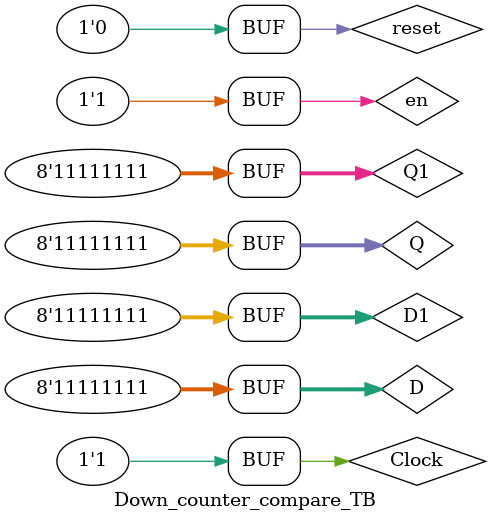
<source format=sv>
`timescale 1ns/1ns
module Down_counter_compare_TB();	

logic Clock=1,reset,en=1;
logic [7:0]D=8'b11111111;
logic [7:0]D1=8'b11111111;
wire [7:0]Q,Q1;

Down_counter test4(D,Clock,reset,en,Q);
Flipflop_Down_counter test5(D1,Clock,reset,en,Q1);

initial repeat(256)begin

#300 Clock=~Clock;
#200  D=Q;  D1=Q1;
end

initial begin	
reset=1;
#170;
reset=0;
end
endmodule

</source>
